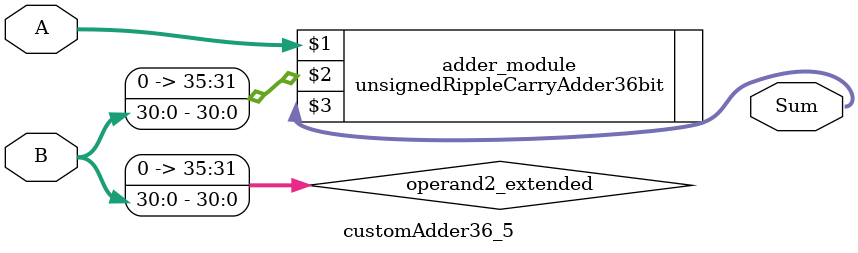
<source format=v>
module customAdder36_5(
                        input [35 : 0] A,
                        input [30 : 0] B,
                        
                        output [36 : 0] Sum
                );

        wire [35 : 0] operand2_extended;
        
        assign operand2_extended =  {5'b0, B};
        
        unsignedRippleCarryAdder36bit adder_module(
            A,
            operand2_extended,
            Sum
        );
        
        endmodule
        
</source>
